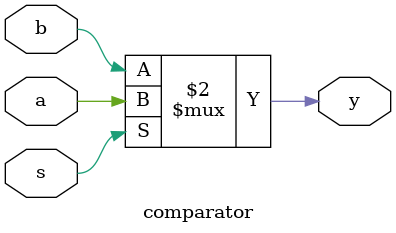
<source format=v>
module comparator(s,a,b,y);
input s,a,b;
output y;

assign y=(s==1)?a:b;

endmodule

</source>
